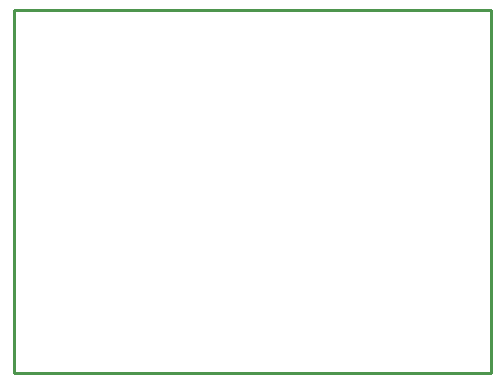
<source format=gko>
G04 Layer: BoardOutlineLayer*
G04 EasyEDA v6.5.15, 2022-09-09 10:58:47*
G04 19121817273c46a5bb41958087e4de9f,cdadd2d4b4cb47a19753abecc85b3b56,10*
G04 Gerber Generator version 0.2*
G04 Scale: 100 percent, Rotated: No, Reflected: No *
G04 Dimensions in millimeters *
G04 leading zeros omitted , absolute positions ,4 integer and 5 decimal *
%FSLAX45Y45*%
%MOMM*%

%ADD10C,0.2540*%
D10*
X1778000Y-1244600D02*
G01*
X5816600Y-1244600D01*
X5816600Y-4318000D01*
X1778000Y-4318000D01*
X1778000Y-1244600D01*

%LPD*%
M02*

</source>
